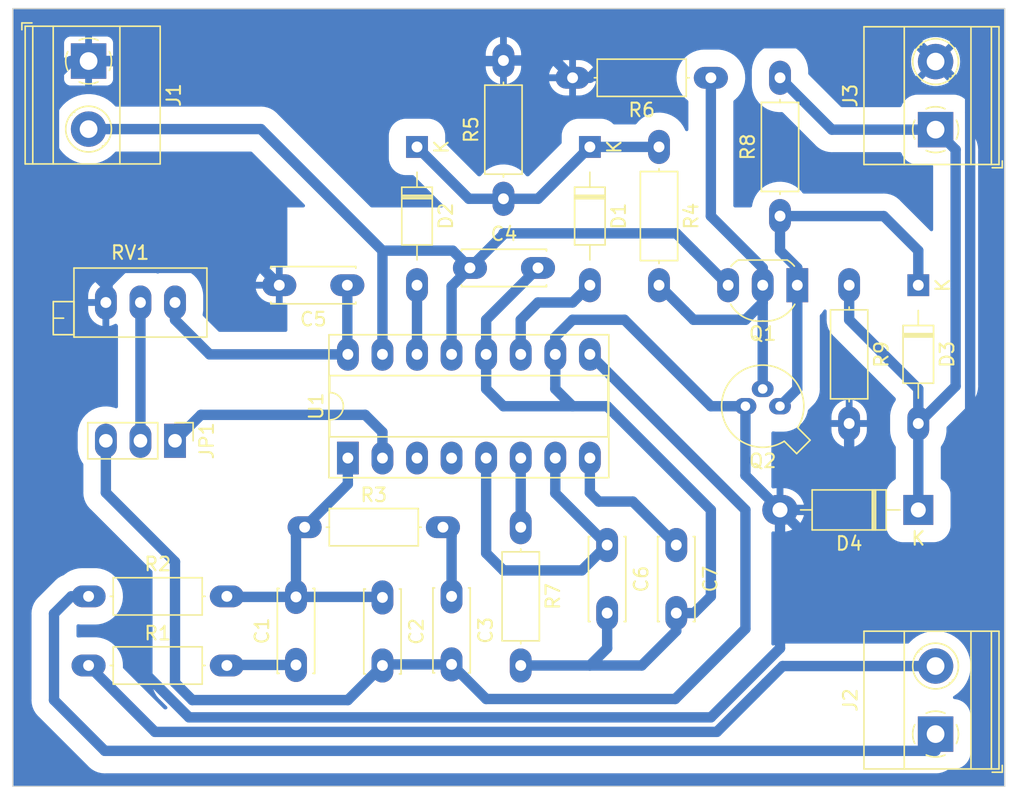
<source format=kicad_pcb>
(kicad_pcb (version 20221018) (generator pcbnew)
  (layers (0 "F.Cu" signal) (31 "B.Cu" signal) (34 "B.Paste" user) (35 "F.Paste" user) (36 "B.SilkS" user "B.Silkscreen") (37 "F.SilkS" user "F.Silkscreen") (38 "B.Mask" user) (39 "F.Mask" user) (44 "Edge.Cuts" user))
  (net 0 "")
  (net 1 "Net-(C1-Pad1)")
  (net 2 "Net-(U1-INV)")
  (net 3 "Net-(U1-REF)")
  (net 4 "GND")
  (net 5 "Net-(JP1-B)")
  (net 6 "Net-(U1-CT)")
  (net 7 "Net-(U1-SS)")
  (net 8 "VCC")
  (net 9 "Net-(D1-K)")
  (net 10 "Net-(D1-A)")
  (net 11 "Net-(D2-A)")
  (net 12 "Net-(D3-K)")
  (net 13 "Net-(JP1-A)")
  (net 14 "Net-(JP1-C)")
  (net 15 "Net-(Q1-B)")
  (net 16 "Net-(U1-RT)")
  (net 19 "Net-(C3-Pad1)")
  (net 20 "Net-(D3-A)")
  (net 21 "Net-(J2-Pin_2)")
  (net 22 "Net-(J2-Pin_1)")
  (footprint "project_3525_footprint_Library:Potentiometer_Bourns_3296X_Horizontal_HandSolder" (layer "F.Cu") (at 77.47 53.34)
    (fp_text reference "RV1" (at -3.3 -3.66) (layer "F.SilkS"))
    (fp_text value "R_Potentiometer")
    (fp_line (start -8.945 -0.065) (end -8.945 2.365) (stroke (width 0.12)) (layer "F.SilkS"))
    (fp_line (start -8.945 -0.065) (end -7.426 -0.065) (stroke (width 0.12)) (layer "F.SilkS"))
    (fp_line (start -8.945 1.15) (end -8.186 1.15) (stroke (width 0.12)) (layer "F.SilkS"))
    (fp_line (start -8.945 2.365) (end -7.426 2.365) (stroke (width 0.12)) (layer "F.SilkS"))
    (fp_line (start -7.426 -0.065) (end -7.426 2.365) (stroke (width 0.12)) (layer "F.SilkS"))
    (fp_line (start -7.425 -2.53) (end -7.425 2.54) (stroke (width 0.12)) (layer "F.SilkS"))
    (fp_line (start -7.425 -2.53) (end 2.345 -2.53) (stroke (width 0.12)) (layer "F.SilkS"))
    (fp_line (start -7.425 2.54) (end 2.345 2.54) (stroke (width 0.12)) (layer "F.SilkS"))
    (fp_line (start 2.345 -2.53) (end 2.345 2.54) (stroke (width 0.12)) (layer "F.SilkS"))
    (pad "1" thru_hole oval (at 0 0) (size 1.6 2.5) (drill 0.8) (layers "*.Cu" "*.Mask") (net 3 "Net-(U1-REF)"))
    (pad "2" thru_hole oval (at -2.54 0) (size 1.6 2.5) (drill 0.8) (layers "*.Cu" "*.Mask") (net 14 "Net-(JP1-C)"))
    (pad "3" thru_hole oval (at -5.08 0) (size 1.6 2.5) (drill 0.8) (layers "*.Cu" "*.Mask") (net 4 "GND"))
  )
  (footprint "project_3525_footprint_Library:D_DO-41_SOD81_P10.16mm_Horizontal_HandSolder" (layer "F.Cu") (at 132.08 68.58 180)
    (fp_text reference "D4" (at 5.08 -2.47 180) (layer "F.SilkS"))
    (fp_text value "D_Zener")
    (fp_text user "K" (at 0 -2.1 180) (layer "F.SilkS"))
    (fp_line (start 1.34 0) (end 2.36 0) (stroke (width 0.12)) (layer "F.SilkS"))
    (fp_line (start 2.36 -1.47) (end 2.36 1.47) (stroke (width 0.12)) (layer "F.SilkS"))
    (fp_line (start 2.36 1.47) (end 7.8 1.47) (stroke (width 0.12)) (layer "F.SilkS"))
    (fp_line (start 3.14 -1.47) (end 3.14 1.47) (stroke (width 0.12)) (layer "F.SilkS"))
    (fp_line (start 3.26 -1.47) (end 3.26 1.47) (stroke (width 0.12)) (layer "F.SilkS"))
    (fp_line (start 3.38 -1.47) (end 3.38 1.47) (stroke (width 0.12)) (layer "F.SilkS"))
    (fp_line (start 7.8 -1.47) (end 2.36 -1.47) (stroke (width 0.12)) (layer "F.SilkS"))
    (fp_line (start 7.8 1.47) (end 7.8 -1.47) (stroke (width 0.12)) (layer "F.SilkS"))
    (fp_line (start 8.65 0) (end 7.8 0) (stroke (width 0.12)) (layer "F.SilkS"))
    (pad "1" thru_hole rect (at 0 0 180) (size 2.2 2.2) (drill 1.1) (layers "*.Cu" "*.Mask") (net 20 "Net-(D3-A)"))
    (pad "2" thru_hole oval (at 10.16 0 180) (size 2.6 2.2) (drill 1.1) (layers "*.Cu" "*.Mask") (net 4 "GND"))
  )
  (footprint "project_3525_footprint_Library:R_Axial_DIN0207_L6.3mm_D2.5mm_P10.16mm_Horizontal_HandSolder" (layer "F.Cu") (at 121.92 46.99 90)
    (fp_text reference "R8" (at 5.08 -2.37 90) (layer "F.SilkS"))
    (fp_text value "R")
    (fp_line (start 1.6 0) (end 1.81 0) (stroke (width 0.12)) (layer "F.SilkS"))
    (fp_line (start 1.81 -1.37) (end 1.81 1.37) (stroke (width 0.12)) (layer "F.SilkS"))
    (fp_line (start 1.81 1.37) (end 8.35 1.37) (stroke (width 0.12)) (layer "F.SilkS"))
    (fp_line (start 8.35 -1.37) (end 1.81 -1.37) (stroke (width 0.12)) (layer "F.SilkS"))
    (fp_line (start 8.35 1.37) (end 8.35 -1.37) (stroke (width 0.12)) (layer "F.SilkS"))
    (fp_line (start 8.56 0) (end 8.35 0) (stroke (width 0.12)) (layer "F.SilkS"))
    (pad "1" thru_hole oval (at 0 0 90) (size 2.5 1.6) (drill 0.8) (layers "*.Cu" "*.Mask") (net 12 "Net-(D3-K)"))
    (pad "2" thru_hole oval (at 10.16 0 90) (size 2.5 1.6) (drill 0.8) (layers "*.Cu" "*.Mask") (net 20 "Net-(D3-A)"))
  )
  (footprint "project_3525_footprint_Library:R_Axial_DIN0207_L6.3mm_D2.5mm_P10.16mm_Horizontal_HandSolder" (layer "F.Cu") (at 101.6 45.72 90)
    (fp_text reference "R5" (at 5.08 -2.37 90) (layer "F.SilkS"))
    (fp_text value "R")
    (fp_line (start 1.6 0) (end 1.81 0) (stroke (width 0.12)) (layer "F.SilkS"))
    (fp_line (start 1.81 -1.37) (end 1.81 1.37) (stroke (width 0.12)) (layer "F.SilkS"))
    (fp_line (start 1.81 1.37) (end 8.35 1.37) (stroke (width 0.12)) (layer "F.SilkS"))
    (fp_line (start 8.35 -1.37) (end 1.81 -1.37) (stroke (width 0.12)) (layer "F.SilkS"))
    (fp_line (start 8.35 1.37) (end 8.35 -1.37) (stroke (width 0.12)) (layer "F.SilkS"))
    (fp_line (start 8.56 0) (end 8.35 0) (stroke (width 0.12)) (layer "F.SilkS"))
    (pad "1" thru_hole oval (at 0 0 90) (size 2.5 1.6) (drill 0.8) (layers "*.Cu" "*.Mask") (net 9 "Net-(D1-K)"))
    (pad "2" thru_hole oval (at 10.16 0 90) (size 2.5 1.6) (drill 0.8) (layers "*.Cu" "*.Mask") (net 4 "GND"))
  )
  (footprint "project_3525_footprint_Library:D_DO-35_SOD27_P10.16mm_Horizontal_HandSolder" (layer "F.Cu") (at 132.08 52.07 -90)
    (fp_text reference "D3" (at 5.08 -2.12 -90) (layer "F.SilkS"))
    (fp_text value "1N4148")
    (fp_text user "K" (at 0 -1.8 -90) (layer "F.SilkS"))
    (fp_line (start 1.86 0) (end 2.96 0) (stroke (width 0.12)) (layer "F.SilkS"))
    (fp_line (start 2.96 -1.12) (end 2.96 1.12) (stroke (width 0.12)) (layer "F.SilkS"))
    (fp_line (start 2.96 1.12) (end 7.2 1.12) (stroke (width 0.12)) (layer "F.SilkS"))
    (fp_line (start 3.56 -1.12) (end 3.56 1.12) (stroke (width 0.12)) (layer "F.SilkS"))
    (fp_line (start 3.68 -1.12) (end 3.68 1.12) (stroke (width 0.12)) (layer "F.SilkS"))
    (fp_line (start 3.8 -1.12) (end 3.8 1.12) (stroke (width 0.12)) (layer "F.SilkS"))
    (fp_line (start 7.2 -1.12) (end 2.96 -1.12) (stroke (width 0.12)) (layer "F.SilkS"))
    (fp_line (start 7.2 1.12) (end 7.2 -1.12) (stroke (width 0.12)) (layer "F.SilkS"))
    (fp_line (start 8.3 0) (end 7.2 0) (stroke (width 0.12)) (layer "F.SilkS"))
    (pad "1" thru_hole rect (at 0 0 270) (size 1.6 1.6) (drill 0.8) (layers "*.Cu" "*.Mask") (net 12 "Net-(D3-K)"))
    (pad "2" thru_hole oval (at 10.16 0 270) (size 2.5 1.6) (drill 0.8) (layers "*.Cu" "*.Mask") (net 20 "Net-(D3-A)"))
  )
  (footprint "project_3525_footprint_Library:R_Axial_DIN0207_L6.3mm_D2.5mm_P10.16mm_Horizontal_HandSolder" (layer "F.Cu") (at 71.12 74.93)
    (fp_text reference "R2" (at 5.08 -2.37) (layer "F.SilkS"))
    (fp_text value "R")
    (fp_line (start 1.6 0) (end 1.81 0) (stroke (width 0.12)) (layer "F.SilkS"))
    (fp_line (start 1.81 -1.37) (end 1.81 1.37) (stroke (width 0.12)) (layer "F.SilkS"))
    (fp_line (start 1.81 1.37) (end 8.35 1.37) (stroke (width 0.12)) (layer "F.SilkS"))
    (fp_line (start 8.35 -1.37) (end 1.81 -1.37) (stroke (width 0.12)) (layer "F.SilkS"))
    (fp_line (start 8.35 1.37) (end 8.35 -1.37) (stroke (width 0.12)) (layer "F.SilkS"))
    (fp_line (start 8.56 0) (end 8.35 0) (stroke (width 0.12)) (layer "F.SilkS"))
    (pad "1" thru_hole oval (at 0 0) (size 2.5 1.6) (drill 0.8) (layers "*.Cu" "*.Mask") (net 22 "Net-(J2-Pin_1)"))
    (pad "2" thru_hole oval (at 10.16 0) (size 2.5 1.6) (drill 0.8) (layers "*.Cu" "*.Mask") (net 2 "Net-(U1-INV)"))
  )
  (footprint "project_3525_footprint_Library:R_Axial_DIN0207_L6.3mm_D2.5mm_P10.16mm_Horizontal_HandSolder" (layer "F.Cu") (at 71.12 80.01)
    (fp_text reference "R1" (at 5.08 -2.37) (layer "F.SilkS"))
    (fp_text value "R")
    (fp_line (start 1.6 0) (end 1.81 0) (stroke (width 0.12)) (layer "F.SilkS"))
    (fp_line (start 1.81 -1.37) (end 1.81 1.37) (stroke (width 0.12)) (layer "F.SilkS"))
    (fp_line (start 1.81 1.37) (end 8.35 1.37) (stroke (width 0.12)) (layer "F.SilkS"))
    (fp_line (start 8.35 -1.37) (end 1.81 -1.37) (stroke (width 0.12)) (layer "F.SilkS"))
    (fp_line (start 8.35 1.37) (end 8.35 -1.37) (stroke (width 0.12)) (layer "F.SilkS"))
    (fp_line (start 8.56 0) (end 8.35 0) (stroke (width 0.12)) (layer "F.SilkS"))
    (pad "1" thru_hole oval (at 0 0) (size 2.5 1.6) (drill 0.8) (layers "*.Cu" "*.Mask") (net 21 "Net-(J2-Pin_2)"))
    (pad "2" thru_hole oval (at 10.16 0) (size 2.5 1.6) (drill 0.8) (layers "*.Cu" "*.Mask") (net 1 "Net-(C1-Pad1)"))
  )
  (footprint "project_3525_footprint_Library:PinHeader_1x03_P2.54mm_Vertical_HandSolder" (layer "F.Cu") (at 77.47 63.5 -90)
    (fp_text reference "JP1" (at 0 -2.33 -90) (layer "F.SilkS"))
    (fp_text value "Jumper_3_Open")
    (fp_line (start -1.33 -1.33) (end 0 -1.33) (stroke (width 0.12)) (layer "F.SilkS"))
    (fp_line (start -1.33 0) (end -1.33 -1.33) (stroke (width 0.12)) (layer "F.SilkS"))
    (fp_line (start -1.33 1.27) (end -1.33 6.41) (stroke (width 0.12)) (layer "F.SilkS"))
    (fp_line (start -1.33 1.27) (end 1.33 1.27) (stroke (width 0.12)) (layer "F.SilkS"))
    (fp_line (start -1.33 6.41) (end 1.33 6.41) (stroke (width 0.12)) (layer "F.SilkS"))
    (fp_line (start 1.33 1.27) (end 1.33 6.41) (stroke (width 0.12)) (layer "F.SilkS"))
    (pad "1" thru_hole rect (at 0 0 270) (size 2.5 1.6) (drill 1) (layers "*.Cu" "*.Mask") (net 13 "Net-(JP1-A)"))
    (pad "2" thru_hole oval (at 0 2.54 270) (size 2.5 1.6) (drill 1) (layers "*.Cu" "*.Mask") (net 14 "Net-(JP1-C)"))
    (pad "3" thru_hole oval (at 0 5.08 270) (size 2.5 1.6) (drill 1) (layers "*.Cu" "*.Mask") (net 5 "Net-(JP1-B)"))
  )
  (footprint "TerminalBlock_Phoenix:TerminalBlock_Phoenix_MKDS-1,5-2_1x02_P5.00mm_Horizontal" (layer "F.Cu") (at 71.12 35.6 -90)
    (fp_text reference "J1" (at 2.5 -6.26 -90) (layer "F.SilkS"))
    (fp_text value "IN")
    (fp_line (start -2.8 4.16) (end -2.8 4.9) (stroke (width 0.12)) (layer "F.SilkS"))
    (fp_line (start -2.8 4.9) (end -2.3 4.9) (stroke (width 0.12)) (layer "F.SilkS"))
    (fp_line (start -2.56 -5.261) (end -2.56 4.66) (stroke (width 0.12)) (layer "F.SilkS"))
    (fp_line (start -2.56 -5.261) (end 7.56 -5.261) (stroke (width 0.12)) (layer "F.SilkS"))
    (fp_line (start -2.56 -2.301) (end 7.56 -2.301) (stroke (width 0.12)) (layer "F.SilkS"))
    (fp_line (start -2.56 2.6) (end 7.56 2.6) (stroke (width 0.12)) (layer "F.SilkS"))
    (fp_line (start -2.56 4.1) (end 7.56 4.1) (stroke (width 0.12)) (layer "F.SilkS"))
    (fp_line (start -2.56 4.66) (end 7.56 4.66) (stroke (width 0.12)) (layer "F.SilkS"))
    (fp_line (start 3.773 1.023) (end 3.726 1.069) (stroke (width 0.12)) (layer "F.SilkS"))
    (fp_line (start 3.966 1.239) (end 3.931 1.274) (stroke (width 0.12)) (layer "F.SilkS"))
    (fp_line (start 6.07 -1.275) (end 6.035 -1.239) (stroke (width 0.12)) (layer "F.SilkS"))
    (fp_line (start 6.275 -1.069) (end 6.228 -1.023) (stroke (width 0.12)) (layer "F.SilkS"))
    (fp_line (start 7.56 -5.261) (end 7.56 4.66) (stroke (width 0.12)) (layer "F.SilkS"))
    (fp_arc (start -1.535427 0.683042) (mid -1.680501 -0.000524) (end -1.535 -0.684) (stroke (width 0.12)) (layer "F.SilkS"))
    (fp_arc (start -0.683042 -1.535427) (mid 0.000524 -1.680501) (end 0.684 -1.535) (stroke (width 0.12)) (layer "F.SilkS"))
    (fp_arc (start 0.028805 1.680253) (mid -0.335551 1.646659) (end -0.684 1.535) (stroke (width 0.12)) (layer "F.SilkS"))
    (fp_arc (start 0.683318 1.534756) (mid 0.349292 1.643288) (end 0 1.68) (stroke (width 0.12)) (layer "F.SilkS"))
    (fp_arc (start 1.535427 -0.683042) (mid 1.680501 0.000524) (end 1.535 0.684) (stroke (width 0.12)) (layer "F.SilkS"))
    (fp_circle (center 5 0) (end 6.68 0) (stroke (width 0.12)) (fill none) (layer "F.SilkS"))
    (pad "1" thru_hole rect (at 0 0 270) (size 2.6 2.6) (drill 1.3) (layers "*.Cu" "*.Mask") (net 4 "GND"))
    (pad "2" thru_hole circle (at 5 0 270) (size 2.6 2.6) (drill 1.3) (layers "*.Cu" "*.Mask") (net 8 "VCC"))
  )
  (footprint "project_3525_footprint_Library:C_Disc_D6.0mm_W2.5mm_P5.00mm_HandSolder" (layer "F.Cu") (at 90.13 52.07 180)
    (fp_text reference "C5" (at 2.5 -2.5 180) (layer "F.SilkS"))
    (fp_text value "C_Small")
    (fp_line (start -0.62 -1.37) (end -0.62 -1.25) (stroke (width 0.12)) (layer "F.SilkS"))
    (fp_line (start -0.62 -1.37) (end 5.62 -1.37) (stroke (width 0.12)) (layer "F.SilkS"))
    (fp_line (start -0.62 1.25) (end -0.62 1.37) (stroke (width 0.12)) (layer "F.SilkS"))
    (fp_line (start -0.62 1.37) (end 5.62 1.37) (stroke (width 0.12)) (layer "F.SilkS"))
    (fp_line (start 5.62 -1.37) (end 5.62 -1.25) (stroke (width 0.12)) (layer "F.SilkS"))
    (fp_line (start 5.62 1.25) (end 5.62 1.37) (stroke (width 0.12)) (layer "F.SilkS"))
    (pad "1" thru_hole oval (at 0 0 180) (size 2.5 1.6) (drill 0.8) (layers "*.Cu" "*.Mask") (net 3 "Net-(U1-REF)"))
    (pad "2" thru_hole oval (at 5 0 180) (size 2.5 1.6) (drill 0.8) (layers "*.Cu" "*.Mask") (net 4 "GND"))
  )
  (footprint "TerminalBlock_Phoenix:TerminalBlock_Phoenix_MKDS-1,5-2_1x02_P5.00mm_Horizontal" (layer "F.Cu") (at 133.35 40.64 90)
    (fp_text reference "J3" (at 2.5 -6.26 90) (layer "F.SilkS"))
    (fp_text value "OUT")
    (fp_line (start -2.8 4.16) (end -2.8 4.9) (stroke (width 0.12)) (layer "F.SilkS"))
    (fp_line (start -2.8 4.9) (end -2.3 4.9) (stroke (width 0.12)) (layer "F.SilkS"))
    (fp_line (start -2.56 -5.261) (end -2.56 4.66) (stroke (width 0.12)) (layer "F.SilkS"))
    (fp_line (start -2.56 -5.261) (end 7.56 -5.261) (stroke (width 0.12)) (layer "F.SilkS"))
    (fp_line (start -2.56 -2.301) (end 7.56 -2.301) (stroke (width 0.12)) (layer "F.SilkS"))
    (fp_line (start -2.56 2.6) (end 7.56 2.6) (stroke (width 0.12)) (layer "F.SilkS"))
    (fp_line (start -2.56 4.1) (end 7.56 4.1) (stroke (width 0.12)) (layer "F.SilkS"))
    (fp_line (start -2.56 4.66) (end 7.56 4.66) (stroke (width 0.12)) (layer "F.SilkS"))
    (fp_line (start 3.773 1.023) (end 3.726 1.069) (stroke (width 0.12)) (layer "F.SilkS"))
    (fp_line (start 3.966 1.239) (end 3.931 1.274) (stroke (width 0.12)) (layer "F.SilkS"))
    (fp_line (start 6.07 -1.275) (end 6.035 -1.239) (stroke (width 0.12)) (layer "F.SilkS"))
    (fp_line (start 6.275 -1.069) (end 6.228 -1.023) (stroke (width 0.12)) (layer "F.SilkS"))
    (fp_line (start 7.56 -5.261) (end 7.56 4.66) (stroke (width 0.12)) (layer "F.SilkS"))
    (fp_arc (start -1.535427 0.683042) (mid -1.680501 -0.000524) (end -1.535 -0.684) (stroke (width 0.12)) (layer "F.SilkS"))
    (fp_arc (start -0.683042 -1.535427) (mid 0.000524 -1.680501) (end 0.684 -1.535) (stroke (width 0.12)) (layer "F.SilkS"))
    (fp_arc (start 0.028805 1.680253) (mid -0.335551 1.646659) (end -0.684 1.535) (stroke (width 0.12)) (layer "F.SilkS"))
    (fp_arc (start 0.683318 1.534756) (mid 0.349292 1.643288) (end 0 1.68) (stroke (width 0.12)) (layer "F.SilkS"))
    (fp_arc (start 1.535427 -0.683042) (mid 1.680501 0.000524) (end 1.535 0.684) (stroke (width 0.12)) (layer "F.SilkS"))
    (fp_circle (center 5 0) (end 6.68 0) (stroke (width 0.12)) (fill none) (layer "F.SilkS"))
    (pad "1" thru_hole rect (at 0 0 90) (size 2.6 2.6) (drill 1.3) (layers "*.Cu" "*.Mask") (net 20 "Net-(D3-A)"))
    (pad "2" thru_hole circle (at 5 0 90) (size 2.6 2.6) (drill 1.3) (layers "*.Cu" "*.Mask") (net 4 "GND"))
  )
  (footprint "project_3525_footprint_Library:C_Disc_D6.0mm_W2.5mm_P5.00mm_HandSolder" (layer "F.Cu") (at 109.22 71.16 -90)
    (fp_text reference "C6" (at 2.5 -2.5 -90) (layer "F.SilkS"))
    (fp_text value "C_Small")
    (fp_line (start -0.62 -1.37) (end -0.62 -1.25) (stroke (width 0.12)) (layer "F.SilkS"))
    (fp_line (start -0.62 -1.37) (end 5.62 -1.37) (stroke (width 0.12)) (layer "F.SilkS"))
    (fp_line (start -0.62 1.25) (end -0.62 1.37) (stroke (width 0.12)) (layer "F.SilkS"))
    (fp_line (start -0.62 1.37) (end 5.62 1.37) (stroke (width 0.12)) (layer "F.SilkS"))
    (fp_line (start 5.62 -1.37) (end 5.62 -1.25) (stroke (width 0.12)) (layer "F.SilkS"))
    (fp_line (start 5.62 1.25) (end 5.62 1.37) (stroke (width 0.12)) (layer "F.SilkS"))
    (pad "1" thru_hole oval (at 0 0 270) (size 2.5 1.6) (drill 0.8) (layers "*.Cu" "*.Mask") (net 6 "Net-(U1-CT)"))
    (pad "2" thru_hole oval (at 5 0 270) (size 2.5 1.6) (drill 0.8) (layers "*.Cu" "*.Mask") (net 4 "GND"))
  )
  (footprint "TerminalBlock_Phoenix:TerminalBlock_Phoenix_MKDS-1,5-2_1x02_P5.00mm_Horizontal" (layer "F.Cu") (at 133.35 85.05 90)
    (fp_text reference "J2" (at 2.5 -6.26 90) (layer "F.SilkS"))
    (fp_text value "Amostra")
    (fp_line (start -2.8 4.16) (end -2.8 4.9) (stroke (width 0.12)) (layer "F.SilkS"))
    (fp_line (start -2.8 4.9) (end -2.3 4.9) (stroke (width 0.12)) (layer "F.SilkS"))
    (fp_line (start -2.56 -5.261) (end -2.56 4.66) (stroke (width 0.12)) (layer "F.SilkS"))
    (fp_line (start -2.56 -5.261) (end 7.56 -5.261) (stroke (width 0.12)) (layer "F.SilkS"))
    (fp_line (start -2.56 -2.301) (end 7.56 -2.301) (stroke (width 0.12)) (layer "F.SilkS"))
    (fp_line (start -2.56 2.6) (end 7.56 2.6) (stroke (width 0.12)) (layer "F.SilkS"))
    (fp_line (start -2.56 4.1) (end 7.56 4.1) (stroke (width 0.12)) (layer "F.SilkS"))
    (fp_line (start -2.56 4.66) (end 7.56 4.66) (stroke (width 0.12)) (layer "F.SilkS"))
    (fp_line (start 3.773 1.023) (end 3.726 1.069) (stroke (width 0.12)) (layer "F.SilkS"))
    (fp_line (start 3.966 1.239) (end 3.931 1.274) (stroke (width 0.12)) (layer "F.SilkS"))
    (fp_line (start 6.07 -1.275) (end 6.035 -1.239) (stroke (width 0.12)) (layer "F.SilkS"))
    (fp_line (start 6.275 -1.069) (end 6.228 -1.023) (stroke (width 0.12)) (layer "F.SilkS"))
    (fp_line (start 7.56 -5.261) (end 7.56 4.66) (stroke (width 0.12)) (layer "F.SilkS"))
    (fp_arc (start -1.535427 0.683042) (mid -1.680501 -0.000524) (end -1.535 -0.684) (stroke (width 0.12)) (layer "F.SilkS"))
    (fp_arc (start -0.683042 -1.535427) (mid 0.000524 -1.680501) (end 0.684 -1.535) (stroke (width 0.12)) (layer "F.SilkS"))
    (fp_arc (start 0.028805 1.680253) (mid -0.335551 1.646659) (end -0.684 1.535) (stroke (width 0.12)) (layer "F.SilkS"))
    (fp_arc (start 0.683318 1.534756) (mid 0.349292 1.643288) (end 0 1.68) (stroke (width 0.12)) (layer "F.SilkS"))
    (fp_arc (start 1.535427 -0.683042) (mid 1.680501 0.000524) (end 1.535 0.684) (stroke (width 0.12)) (layer "F.SilkS"))
    (fp_circle (center 5 0) (end 6.68 0) (stroke (width 0.12)) (fill none) (layer "F.SilkS"))
    (pad "1" thru_hole rect (at 0 0 90) (size 2.6 2.6) (drill 1.3) (layers "*.Cu" "*.Mask") (net 22 "Net-(J2-Pin_1)"))
    (pad "2" thru_hole circle (at 5 0 90) (size 2.6 2.6) (drill 1.3) (layers "*.Cu" "*.Mask") (net 21 "Net-(J2-Pin_2)"))
  )
  (footprint "project_3525_footprint_Library:C_Disc_D6.0mm_W2.5mm_P5.00mm_HandSolder" (layer "F.Cu") (at 99.14 50.8)
    (fp_text reference "C4" (at 2.5 -2.5) (layer "F.SilkS"))
    (fp_text value "C_Small")
    (fp_line (start -0.62 -1.37) (end -0.62 -1.25) (stroke (width 0.12)) (layer "F.SilkS"))
    (fp_line (start -0.62 -1.37) (end 5.62 -1.37) (stroke (width 0.12)) (layer "F.SilkS"))
    (fp_line (start -0.62 1.25) (end -0.62 1.37) (stroke (width 0.12)) (layer "F.SilkS"))
    (fp_line (start -0.62 1.37) (end 5.62 1.37) (stroke (width 0.12)) (layer "F.SilkS"))
    (fp_line (start 5.62 -1.37) (end 5.62 -1.25) (stroke (width 0.12)) (layer "F.SilkS"))
    (fp_line (start 5.62 1.25) (end 5.62 1.37) (stroke (width 0.12)) (layer "F.SilkS"))
    (pad "1" thru_hole oval (at 0 0) (size 2.5 1.6) (drill 0.8) (layers "*.Cu" "*.Mask") (net 8 "VCC"))
    (pad "2" thru_hole oval (at 5 0) (size 2.5 1.6) (drill 0.8) (layers "*.Cu" "*.Mask") (net 4 "GND"))
  )
  (footprint "project_3525_footprint_Library:D_DO-35_SOD27_P10.16mm_Horizontal_HandSolder" (layer "F.Cu") (at 107.95 41.91 -90)
    (fp_text reference "D1" (at 5.08 -2.12 -90) (layer "F.SilkS"))
    (fp_text value "1N4148")
    (fp_text user "K" (at 0 -1.8 -90) (layer "F.SilkS"))
    (fp_line (start 1.86 0) (end 2.96 0) (stroke (width 0.12)) (layer "F.SilkS"))
    (fp_line (start 2.96 -1.12) (end 2.96 1.12) (stroke (width 0.12)) (layer "F.SilkS"))
    (fp_line (start 2.96 1.12) (end 7.2 1.12) (stroke (width 0.12)) (layer "F.SilkS"))
    (fp_line (start 3.56 -1.12) (end 3.56 1.12) (stroke (width 0.12)) (layer "F.SilkS"))
    (fp_line (start 3.68 -1.12) (end 3.68 1.12) (stroke (width 0.12)) (layer "F.SilkS"))
    (fp_line (start 3.8 -1.12) (end 3.8 1.12) (stroke (width 0.12)) (layer "F.SilkS"))
    (fp_line (start 7.2 -1.12) (end 2.96 -1.12) (stroke (width 0.12)) (layer "F.SilkS"))
    (fp_line (start 7.2 1.12) (end 7.2 -1.12) (stroke (width 0.12)) (layer "F.SilkS"))
    (fp_line (start 8.3 0) (end 7.2 0) (stroke (width 0.12)) (layer "F.SilkS"))
    (pad "1" thru_hole rect (at 0 0 270) (size 1.6 1.6) (drill 0.8) (layers "*.Cu" "*.Mask") (net 9 "Net-(D1-K)"))
    (pad "2" thru_hole oval (at 10.16 0 270) (size 2.5 1.6) (drill 0.8) (layers "*.Cu" "*.Mask") (net 10 "Net-(D1-A)"))
  )
  (footprint "Package_DIP:DIP-16_W7.62mm_Socket_LongPads" (layer "F.Cu") (at 90.17 64.77 90)
    (fp_text reference "U1" (at 3.81 -2.33 90) (layer "F.SilkS"))
    (fp_text value "UC3525")
    (fp_line (start -1.44 -1.39) (end -1.44 19.17) (stroke (width 0.12)) (layer "F.SilkS"))
    (fp_line (start -1.44 19.17) (end 9.06 19.17) (stroke (width 0.12)) (layer "F.SilkS"))
    (fp_line (start 1.56 -1.33) (end 1.56 19.11) (stroke (width 0.12)) (layer "F.SilkS"))
    (fp_line (start 1.56 19.11) (end 6.06 19.11) (stroke (width 0.12)) (layer "F.SilkS"))
    (fp_line (start 2.81 -1.33) (end 1.56 -1.33) (stroke (width 0.12)) (layer "F.SilkS"))
    (fp_line (start 6.06 -1.33) (end 4.81 -1.33) (stroke (width 0.12)) (layer "F.SilkS"))
    (fp_line (start 6.06 19.11) (end 6.06 -1.33) (stroke (width 0.12)) (layer "F.SilkS"))
    (fp_line (start 9.06 -1.39) (end -1.44 -1.39) (stroke (width 0.12)) (layer "F.SilkS"))
    (fp_line (start 9.06 19.17) (end 9.06 -1.39) (stroke (width 0.12)) (layer "F.SilkS"))
    (fp_arc (start 4.81 -1.33) (mid 3.81 -0.33) (end 2.81 -1.33) (stroke (width 0.12)) (layer "F.SilkS"))
    (pad "1" thru_hole rect (at 0 0 90) (size 2.4 1.6) (drill 0.8) (layers "*.Cu" "*.Mask") (net 2 "Net-(U1-INV)"))
    (pad "2" thru_hole oval (at 0 2.54 90) (size 2.4 1.6) (drill 0.8) (layers "*.Cu" "*.Mask") (net 13 "Net-(JP1-A)"))
    (pad "3" thru_hole oval (at 0 5.08 90) (size 2.4 1.6) (drill 0.8) (layers "*.Cu" "*.Mask"))
    (pad "4" thru_hole oval (at 0 7.62 90) (size 2.4 1.6) (drill 0.8) (layers "*.Cu" "*.Mask"))
    (pad "5" thru_hole oval (at 0 10.16 90) (size 2.4 1.6) (drill 0.8) (layers "*.Cu" "*.Mask") (net 6 "Net-(U1-CT)"))
    (pad "6" thru_hole oval (at 0 12.7 90) (size 2.4 1.6) (drill 0.8) (layers "*.Cu" "*.Mask") (net 16 "Net-(U1-RT)"))
    (pad "7" thru_hole oval (at 0 15.24 90) (size 2.4 1.6) (drill 0.8) (layers "*.Cu" "*.Mask") (net 6 "Net-(U1-CT)"))
    (pad "8" thru_hole oval (at 0 17.78 90) (size 2.4 1.6) (drill 0.8) (layers "*.Cu" "*.Mask") (net 7 "Net-(U1-SS)"))
    (pad "9" thru_hole oval (at 7.62 17.78 90) (size 2.4 1.6) (drill 0.8) (layers "*.Cu" "*.Mask") (net 5 "Net-(JP1-B)"))
    (pad "10" thru_hole oval (at 7.62 15.24 90) (size 2.4 1.6) (drill 0.8) (layers "*.Cu" "*.Mask") (net 4 "GND"))
    (pad "11" thru_hole oval (at 7.62 12.7 90) (size 2.4 1.6) (drill 0.8) (layers "*.Cu" "*.Mask") (net 10 "Net-(D1-A)"))
    (pad "12" thru_hole oval (at 7.62 10.16 90) (size 2.4 1.6) (drill 0.8) (layers "*.Cu" "*.Mask") (net 4 "GND"))
    (pad "13" thru_hole oval (at 7.62 7.62 90) (size 2.4 1.6) (drill 0.8) (layers "*.Cu" "*.Mask") (net 8 "VCC"))
    (pad "14" thru_hole oval (at 7.62 5.08 90) (size 2.4 1.6) (drill 0.8) (layers "*.Cu" "*.Mask") (net 11 "Net-(D2-A)"))
    (pad "15" thru_hole oval (at 7.62 2.54 90) (size 2.4 1.6) (drill 0.8) (layers "*.Cu" "*.Mask") (net 8 "VCC"))
    (pad "16" thru_hole oval (at 7.62 0 90) (size 2.4 1.6) (drill 0.8) (layers "*.Cu" "*.Mask") (net 3 "Net-(U1-REF)"))
  )
  (footprint "project_3525_footprint_Library:C_Disc_D6.0mm_W2.5mm_P5.00mm_HandSolder" (layer "F.Cu") (at 86.36 79.97 90)
    (fp_text reference "C1" (at 2.5 -2.5 90) (layer "F.SilkS"))
    (fp_text value "C_Small")
    (fp_line (start -0.62 -1.37) (end -0.62 -1.25) (stroke (width 0.12)) (layer "F.SilkS"))
    (fp_line (start -0.62 -1.37) (end 5.62 -1.37) (stroke (width 0.12)) (layer "F.SilkS"))
    (fp_line (start -0.62 1.25) (end -0.62 1.37) (stroke (width 0.12)) (layer "F.SilkS"))
    (fp_line (start -0.62 1.37) (end 5.62 1.37) (stroke (width 0.12)) (layer "F.SilkS"))
    (fp_line (start 5.62 -1.37) (end 5.62 -1.25) (stroke (width 0.12)) (layer "F.SilkS"))
    (fp_line (start 5.62 1.25) (end 5.62 1.37) (stroke (width 0.12)) (layer "F.SilkS"))
    (pad "1" thru_hole oval (at 0 0 90) (size 2.5 1.6) (drill 0.8) (layers "*.Cu" "*.Mask") (net 1 "Net-(C1-Pad1)"))
    (pad "2" thru_hole oval (at 5 0 90) (size 2.5 1.6) (drill 0.8) (layers "*.Cu" "*.Mask") (net 2 "Net-(U1-INV)"))
  )
  (footprint "project_3525_footprint_Library:TO-92_Inline_Wide_HandSolder" (layer "F.Cu") (at 123.19 52.07 180)
    (fp_text reference "Q1" (at 2.54 -3.56 180) (layer "F.SilkS"))
    (fp_text value "PN2222A")
    (fp_line (start 0.74 1.85) (end 4.34 1.85) (stroke (width 0.12)) (layer "F.SilkS"))
    (fp_arc (start 0.1836 -1.4) (mid 1.182544 -2.358414) (end 2.54 -2.63) (stroke (width 0.12)) (layer "F.SilkS"))
    (fp_arc (start 0.740001 1.849999) (mid 0.458224 1.64793) (end 0.215817 1.4) (stroke (width 0.12)) (layer "F.SilkS"))
    (fp_arc (start 2.54 -2.63) (mid 3.897454 -2.358412) (end 4.8964 -1.4) (stroke (width 0.12)) (layer "F.SilkS"))
    (fp_arc (start 4.864184 1.4) (mid 4.621773 1.647925) (end 4.34 1.85) (stroke (width 0.12)) (layer "F.SilkS"))
    (pad "1" thru_hole rect (at 0 0 180) (size 1.6 2.5) (drill 0.8) (layers "*.Cu" "*.Mask") (net 12 "Net-(D3-K)"))
    (pad "2" thru_hole oval (at 2.54 0 180) (size 1.6 2.5) (drill 0.8) (layers "*.Cu" "*.Mask") (net 15 "Net-(Q1-B)"))
    (pad "3" thru_hole oval (at 5.08 0 180) (size 1.6 2.5) (drill 0.8) (layers "*.Cu" "*.Mask") (net 8 "VCC"))
  )
  (footprint "project_3525_footprint_Library:C_Disc_D6.0mm_W2.5mm_P5.00mm_HandSolder" (layer "F.Cu") (at 92.71 75.01 -90)
    (fp_text reference "C2" (at 2.5 -2.5 -90) (layer "F.SilkS"))
    (fp_text value "C_Small")
    (fp_line (start -0.62 -1.37) (end -0.62 -1.25) (stroke (width 0.12)) (layer "F.SilkS"))
    (fp_line (start -0.62 -1.37) (end 5.62 -1.37) (stroke (width 0.12)) (layer "F.SilkS"))
    (fp_line (start -0.62 1.25) (end -0.62 1.37) (stroke (width 0.12)) (layer "F.SilkS"))
    (fp_line (start -0.62 1.37) (end 5.62 1.37) (stroke (width 0.12)) (layer "F.SilkS"))
    (fp_line (start 5.62 -1.37) (end 5.62 -1.25) (stroke (width 0.12)) (layer "F.SilkS"))
    (fp_line (start 5.62 1.25) (end 5.62 1.37) (stroke (width 0.12)) (layer "F.SilkS"))
    (pad "1" thru_hole oval (at 0 0 270) (size 2.5 1.6) (drill 0.8) (layers "*.Cu" "*.Mask") (net 2 "Net-(U1-INV)"))
    (pad "2" thru_hole oval (at 5 0 270) (size 2.5 1.6) (drill 0.8) (layers "*.Cu" "*.Mask") (net 5 "Net-(JP1-B)"))
  )
  (footprint "project_3525_footprint_Library:D_DO-35_SOD27_P10.16mm_Horizontal_HandSolder" (layer "F.Cu") (at 95.25 41.91 -90)
    (fp_text reference "D2" (at 5.08 -2.12 -90) (layer "F.SilkS"))
    (fp_text value "1N4148")
    (fp_text user "K" (at 0 -1.8 -90) (layer "F.SilkS"))
    (fp_line (start 1.86 0) (end 2.96 0) (stroke (width 0.12)) (layer "F.SilkS"))
    (fp_line (start 2.96 -1.12) (end 2.96 1.12) (stroke (width 0.12)) (layer "F.SilkS"))
    (fp_line (start 2.96 1.12) (end 7.2 1.12) (stroke (width 0.12)) (layer "F.SilkS"))
    (fp_line (start 3.56 -1.12) (end 3.56 1.12) (stroke (width 0.12)) (layer "F.SilkS"))
    (fp_line (start 3.68 -1.12) (end 3.68 1.12) (stroke (width 0.12)) (layer "F.SilkS"))
    (fp_line (start 3.8 -1.12) (end 3.8 1.12) (stroke (width 0.12)) (layer "F.SilkS"))
    (fp_line (start 7.2 -1.12) (end 2.96 -1.12) (stroke (width 0.12)) (layer "F.SilkS"))
    (fp_line (start 7.2 1.12) (end 7.2 -1.12) (stroke (width 0.12)) (layer "F.SilkS"))
    (fp_line (start 8.3 0) (end 7.2 0) (stroke (width 0.12)) (layer "F.SilkS"))
    (pad "1" thru_hole rect (at 0 0 270) (size 1.6 1.6) (drill 0.8) (layers "*.Cu" "*.Mask") (net 9 "Net-(D1-K)"))
    (pad "2" thru_hole oval (at 10.16 0 270) (size 2.5 1.6) (drill 0.8) (layers "*.Cu" "*.Mask") (net 11 "Net-(D2-A)"))
  )
  (footprint "project_3525_footprint_Library:C_Disc_D6.0mm_W2.5mm_P5.00mm_HandSolder" (layer "F.Cu") (at 97.79 74.93 -90)
    (fp_text reference "C3" (at 2.5 -2.5 -90) (layer "F.SilkS"))
    (fp_text value "C_Small")
    (fp_line (start -0.62 -1.37) (end -0.62 -1.25) (stroke (width 0.12)) (layer "F.SilkS"))
    (fp_line (start -0.62 -1.37) (end 5.62 -1.37) (stroke (width 0.12)) (layer "F.SilkS"))
    (fp_line (start -0.62 1.25) (end -0.62 1.37) (stroke (width 0.12)) (layer "F.SilkS"))
    (fp_line (start -0.62 1.37) (end 5.62 1.37) (stroke (width 0.12)) (layer "F.SilkS"))
    (fp_line (start 5.62 -1.37) (end 5.62 -1.25) (stroke (width 0.12)) (layer "F.SilkS"))
    (fp_line (start 5.62 1.25) (end 5.62 1.37) (stroke (width 0.12)) (layer "F.SilkS"))
    (pad "1" thru_hole oval (at 0 0 270) (size 2.5 1.6) (drill 0.8) (layers "*.Cu" "*.Mask") (net 19 "Net-(C3-Pad1)"))
    (pad "2" thru_hole oval (at 5 0 270) (size 2.5 1.6) (drill 0.8) (layers "*.Cu" "*.Mask") (net 5 "Net-(JP1-B)"))
  )
  (footprint "project_3525_footprint_Library:R_Axial_DIN0207_L6.3mm_D2.5mm_P10.16mm_Horizontal_HandSolder" (layer "F.Cu") (at 127 52.07 -90)
    (fp_text reference "R9" (at 5.08 -2.37 -90) (layer "F.SilkS"))
    (fp_text value "R")
    (fp_line (start 1.6 0) (end 1.81 0) (stroke (width 0.12)) (layer "F.SilkS"))
    (fp_line (start 1.81 -1.37) (end 1.81 1.37) (stroke (width 0.12)) (layer "F.SilkS"))
    (fp_line (start 1.81 1.37) (end 8.35 1.37) (stroke (width 0.12)) (layer "F.SilkS"))
    (fp_line (start 8.35 -1.37) (end 1.81 -1.37) (stroke (width 0.12)) (layer "F.SilkS"))
    (fp_line (start 8.35 1.37) (end 8.35 -1.37) (stroke (width 0.12)) (layer "F.SilkS"))
    (fp_line (start 8.56 0) (end 8.35 0) (stroke (width 0.12)) (layer "F.SilkS"))
    (pad "1" thru_hole oval (at 0 0 270) (size 2.5 1.6) (drill 0.8) (layers "*.Cu" "*.Mask") (net 20 "Net-(D3-A)"))
    (pad "2" thru_hole oval (at 10.16 0 270) (size 2.5 1.6) (drill 0.8) (layers "*.Cu" "*.Mask") (net 4 "GND"))
  )
  (footprint "project_3525_footprint_Library:TO-18-3_HandSolder" (layer "F.Cu") (at 121.92 60.96 180)
    (fp_text reference "Q2" (at 1.27 -4.02 180) (layer "F.SilkS"))
    (fp_text value "2N2907A")
    (fp_line (start -2.214448 -2.494499) (end -1.302281 -1.582331) (stroke (width 0.12)) (layer "F.SilkS"))
    (fp_line (start -1.224499 -3.484448) (end -2.214448 -2.494499) (stroke (width 0.12)) (layer "F.SilkS"))
    (fp_line (start -0.312331 -2.572281) (end -1.224499 -3.484448) (stroke (width 0.12)) (layer "F.SilkS"))
    (fp_arc (start -0.312331 -2.572281) (mid 3.405374 2.135551) (end -1.30215 -1.582544) (stroke (width 0.12)) (layer "F.SilkS"))
    (pad "1" thru_hole oval (at 0 0 180) (size 1.6 1.2) (drill 0.7) (layers "*.Cu" "*.Mask") (net 12 "Net-(D3-K)"))
    (pad "2" thru_hole oval (at 1.27 1.27 180) (size 1.6 1.2) (drill 0.7) (layers "*.Cu" "*.Mask") (net 15 "Net-(Q1-B)"))
    (pad "3" thru_hole oval (at 2.54 0 180) (size 1.6 1.2) (drill 0.7) (layers "*.Cu" "*.Mask") (net 4 "GND"))
  )
  (footprint "project_3525_footprint_Library:R_Axial_DIN0207_L6.3mm_D2.5mm_P10.16mm_Horizontal_HandSolder" (layer "F.Cu") (at 113.03 41.91 -90)
    (fp_text reference "R4" (at 5.08 -2.37 -90) (layer "F.SilkS"))
    (fp_text value "R")
    (fp_line (start 1.6 0) (end 1.81 0) (stroke (width 0.12)) (layer "F.SilkS"))
    (fp_line (start 1.81 -1.37) (end 1.81 1.37) (stroke (width 0.12)) (layer "F.SilkS"))
    (fp_line (start 1.81 1.37) (end 8.35 1.37) (stroke (width 0.12)) (layer "F.SilkS"))
    (fp_line (start 8.35 -1.37) (end 1.81 -1.37) (stroke (width 0.12)) (layer "F.SilkS"))
    (fp_line (start 8.35 1.37) (end 8.35 -1.37) (stroke (width 0.12)) (layer "F.SilkS"))
    (fp_line (start 8.56 0) (end 8.35 0) (stroke (width 0.12)) (layer "F.SilkS"))
    (pad "1" thru_hole oval (at 0 0 270) (size 2.5 1.6) (drill 0.8) (layers "*.Cu" "*.Mask") (net 9 "Net-(D1-K)"))
    (pad "2" thru_hole oval (at 10.16 0 270) (size 2.5 1.6) (drill 0.8) (layers "*.Cu" "*.Mask") (net 15 "Net-(Q1-B)"))
  )
  (footprint "project_3525_footprint_Library:C_Disc_D6.0mm_W2.5mm_P5.00mm_HandSolder" (layer "F.Cu") (at 114.3 71.16 -90)
    (fp_text reference "C7" (at 2.5 -2.5 -90) (layer "F.SilkS"))
    (fp_text value "C_Small")
    (fp_line (start -0.62 -1.37) (end -0.62 -1.25) (stroke (width 0.12)) (layer "F.SilkS"))
    (fp_line (start -0.62 -1.37) (end 5.62 -1.37) (stroke (width 0.12)) (layer "F.SilkS"))
    (fp_line (start -0.62 1.25) (end -0.62 1.37) (stroke (width 0.12)) (layer "F.SilkS"))
    (fp_line (start -0.62 1.37) (end 5.62 1.37) (stroke (width 0.12)) (layer "F.SilkS"))
    (fp_line (start 5.62 -1.37) (end 5.62 -1.25) (stroke (width 0.12)) (layer "F.SilkS"))
    (fp_line (start 5.62 1.25) (end 5.62 1.37) (stroke (width 0.12)) (layer "F.SilkS"))
    (pad "1" thru_hole oval (at 0 0 270) (size 2.5 1.6) (drill 0.8) (layers "*.Cu" "*.Mask") (net 7 "Net-(U1-SS)"))
    (pad "2" thru_hole oval (at 5 0 270) (size 2.5 1.6) (drill 0.8) (layers "*.Cu" "*.Mask") (net 4 "GND"))
  )
  (footprint "project_3525_footprint_Library:R_Axial_DIN0207_L6.3mm_D2.5mm_P10.16mm_Horizontal_HandSolder" (layer "F.Cu") (at 116.84 36.83 180)
    (fp_text reference "R6" (at 5.08 -2.37 180) (layer "F.SilkS"))
    (fp_text value "R")
    (fp_line (start 1.6 0) (end 1.81 0) (stroke (width 0.12)) (layer "F.SilkS"))
    (fp_line (start 1.81 -1.37) (end 1.81 1.37) (stroke (width 0.12)) (layer "F.SilkS"))
    (fp_line (start 1.81 1.37) (end 8.35 1.37) (stroke (width 0.12)) (layer "F.SilkS"))
    (fp_line (start 8.35 -1.37) (end 1.81 -1.37) (stroke (width 0.12)) (layer "F.SilkS"))
    (fp_line (start 8.35 1.37) (end 8.35 -1.37) (stroke (width 0.12)) (layer "F.SilkS"))
    (fp_line (start 8.56 0) (end 8.35 0) (stroke (width 0.12)) (layer "F.SilkS"))
    (pad "1" thru_hole oval (at 0 0 180) (size 2.5 1.6) (drill 0.8) (layers "*.Cu" "*.Mask") (net 15 "Net-(Q1-B)"))
    (pad "2" thru_hole oval (at 10.16 0 180) (size 2.5 1.6) (drill 0.8) (layers "*.Cu" "*.Mask") (net 4 "GND"))
  )
  (footprint "project_3525_footprint_Library:R_Axial_DIN0207_L6.3mm_D2.5mm_P10.16mm_Horizontal_HandSolder" (layer "F.Cu") (at 102.87 69.85 -90)
    (fp_text reference "R7" (at 5.08 -2.37 -90) (layer "F.SilkS"))
    (fp_text value "R")
    (fp_line (start 1.6 0) (end 1.81 0) (stroke (width 0.12)) (layer "F.SilkS"))
    (fp_line (start 1.81 -1.37) (end 1.81 1.37) (stroke (width 0.12)) (layer "F.SilkS"))
    (fp_line (start 1.81 1.37) (end 8.35 1.37) (stroke (width 0.12)) (layer "F.SilkS"))
    (fp_line (start 8.35 -1.37) (end 1.81 -1.37) (stroke (width 0.12)) (layer "F.SilkS"))
    (fp_line (start 8.35 1.37) (end 8.35 -1.37) (stroke (width 0.12)) (layer "F.SilkS"))
    (fp_line (start 8.56 0) (end 8.35 0) (stroke (width 0.12)) (layer "F.SilkS"))
    (pad "1" thru_hole oval (at 0 0 270) (size 2.5 1.6) (drill 0.8) (layers "*.Cu" "*.Mask") (net 16 "Net-(U1-RT)"))
    (pad "2" thru_hole oval (at 10.16 0 270) (size 2.5 1.6) (drill 0.8) (layers "*.Cu" "*.Mask") (net 4 "GND"))
  )
  (footprint "project_3525_footprint_Library:R_Axial_DIN0207_L6.3mm_D2.5mm_P10.16mm_Horizontal_HandSolder" (layer "F.Cu") (at 86.995 69.85)
    (fp_text reference "R3" (at 5.08 -2.37) (layer "F.SilkS"))
    (fp_text value "R")
    (fp_line (start 1.6 0) (end 1.81 0) (stroke (width 0.12)) (layer "F.SilkS"))
    (fp_line (start 1.81 -1.37) (end 1.81 1.37) (stroke (width 0.12)) (layer "F.SilkS"))
    (fp_line (start 1.81 1.37) (end 8.35 1.37) (stroke (width 0.12)) (layer "F.SilkS"))
    (fp_line (start 8.35 -1.37) (end 1.81 -1.37) (stroke (width 0.12)) (layer "F.SilkS"))
    (fp_line (start 8.35 1.37) (end 8.35 -1.37) (stroke (width 0.12)) (layer "F.SilkS"))
    (fp_line (start 8.56 0) (end 8.35 0) (stroke (width 0.12)) (layer "F.SilkS"))
    (pad "1" thru_hole oval (at 0 0) (size 2.5 1.6) (drill 0.8) (layers "*.Cu" "*.Mask") (net 2 "Net-(U1-INV)"))
    (pad "2" thru_hole oval (at 10.16 0) (size 2.5 1.6) (drill 0.8) (layers "*.Cu" "*.Mask") (net 19 "Net-(C3-Pad1)"))
  )
  (gr_rect (start 65.555 31.745) (end 138.43 88.9) (stroke (width 0.1)) (fill none) (layer "Edge.Cuts"))
  (segment (start 86.36 79.97) (end 81.32 79.97) (width 0.762) (layer "B.Cu") (net 1))
  (segment (start 81.32 79.97) (end 81.28 80.01) (width 0.762) (layer "B.Cu") (net 1))
  (segment (start 90.17 66.675) (end 86.995 69.85) (width 0.762) (layer "B.Cu") (net 2))
  (segment (start 86.36 74.97) (end 92.67 74.97) (width 0.762) (layer "B.Cu") (net 2))
  (segment (start 92.67 74.97) (end 92.71 75.01) (width 0.762) (layer "B.Cu") (net 2))
  (segment (start 81.32 74.97) (end 81.28 74.93) (width 0.762) (layer "B.Cu") (net 2))
  (segment (start 90.17 64.77) (end 90.17 66.675) (width 0.762) (layer "B.Cu") (net 2))
  (segment (start 86.36 70.485) (end 86.995 69.85) (width 0.762) (layer "B.Cu") (net 2))
  (segment (start 86.36 74.97) (end 81.32 74.97) (width 0.762) (layer "B.Cu") (net 2))
  (segment (start 86.36 74.97) (end 86.36 70.485) (width 0.762) (layer "B.Cu") (net 2))
  (segment (start 90.17 52.11) (end 90.13 52.07) (width 0.762) (layer "B.Cu") (net 3))
  (segment (start 90.17 57.15) (end 80.01 57.15) (width 0.762) (layer "B.Cu") (net 3))
  (segment (start 77.47 54.61) (end 80.01 57.15) (width 0.762) (layer "B.Cu") (net 3))
  (segment (start 77.47 53.34) (end 77.47 54.61) (width 0.762) (layer "B.Cu") (net 3))
  (segment (start 90.13 57.11) (end 90.17 57.15) (width 0.762) (layer "B.Cu") (net 3))
  (segment (start 90.13 52.07) (end 90.13 57.11) (width 0.762) (layer "B.Cu") (net 3))
  (segment (start 72.39 52.07) (end 71.12 50.8) (width 0.762) (layer "B.Cu") (net 4))
  (segment (start 72.39 53.34) (end 72.39 52.07) (width 0.762) (layer "B.Cu") (net 4))
  (segment (start 105.41 35.56) (end 106.68 36.83) (width 0.762) (layer "B.Cu") (net 4))
  (segment (start 110.49 54.61) (end 116.84 60.96) (width 0.762) (layer "B.Cu") (net 4))
  (segment (start 105.41 57.15) (end 105.41 59.69) (width 0.762) (layer "B.Cu") (net 4))
  (segment (start 101.56 35.6) (end 101.6 35.56) (width 0.762) (layer "B.Cu") (net 4))
  (segment (start 115.61 76.16) (end 116.84 74.93) (width 0.762) (layer "B.Cu") (net 4))
  (segment (start 100.33 59.69) (end 101.6 60.96) (width 0.762) (layer "B.Cu") (net 4))
  (segment (start 114.3 77.47) (end 114.3 76.16) (width 0.762) (layer "B.Cu") (net 4))
  (segment (start 133.35 72.39) (end 125.73 72.39) (width 0.762) (layer "B.Cu") (net 4))
  (segment (start 71.12 35.6) (end 76.16 35.6) (width 0.762) (layer "B.Cu") (net 4))
  (segment (start 124.46 68.58) (end 121.92 68.58) (width 0.762) (layer "B.Cu") (net 4))
  (segment (start 72.39 52.07) (end 72.515 51.945) (width 0.762) (layer "B.Cu") (net 4))
  (segment (start 127 62.23) (end 127 66.04) (width 0.762) (layer "B.Cu") (net 4))
  (segment (start 116.84 68.58) (end 109.855 61.595) (width 0.762) (layer "B.Cu") (net 4))
  (segment (start 107.95 36.83) (end 106.68 36.83) (width 0.762) (layer "B.Cu") (net 4))
  (segment (start 119.38 60.96) (end 119.38 66.04) (width 0.762) (layer "B.Cu") (net 4))
  (segment (start 121.92 68.58) (end 121.92 78.74) (width 0.762) (layer "B.Cu") (net 4))
  (segment (start 133.35 35.64) (end 135.89 38.18) (width 0.762) (layer "B.Cu") (net 4))
  (segment (start 68.58 48.26) (end 68.58 49.53) (width 0.762) (layer "B.Cu") (net 4))
  (segment (start 110.49 34.29) (end 107.95 36.83) (width 0.762) (layer "B.Cu") (net 4))
  (segment (start 116.84 74.93) (end 116.84 68.58) (width 0.762) (layer "B.Cu") (net 4))
  (segment (start 109.22 60.96) (end 109.855 61.595) (width 0.762) (layer "B.Cu") (net 4))
  (segment (start 100.33 57.15) (end 100.33 59.69) (width 0.762) (layer "B.Cu") (net 4))
  (segment (start 101.6 60.96) (end 106.68 60.96) (width 0.762) (layer "B.Cu") (net 4))
  (segment (start 114.3 76.16) (end 115.61 76.16) (width 0.762) (layer "B.Cu") (net 4))
  (segment (start 72.515 53.34) (end 72.515 51.945) (width 0.762) (layer "B.Cu") (net 4))
  (segment (start 71.12 35.6) (end 101.56 35.6) (width 0.762) (layer "B.Cu") (net 4))
  (segment (start 135.89 69.85) (end 133.35 72.39) (width 0.762) (layer "B.Cu") (net 4))
  (segment (start 111.76 80.01) (end 114.3 77.47) (width 0.762) (layer "B.Cu") (net 4))
  (segment (start 109.22 78.74) (end 109.22 76.16) (width 0.762) (layer "B.Cu") (net 4))
  (segment (start 101.6 35.56) (end 105.41 35.56) (width 0.762) (layer "B.Cu") (net 4))
  (segment (start 127 66.04) (end 124.46 68.58) (width 0.762) (layer "B.Cu") (net 4))
  (segment (start 74.93 73.66) (end 68.58 67.31) (width 0.762) (layer "B.Cu") (net 4))
  (segment (start 68.58 67.31) (end 68.58 50.8) (width 0.762) (layer "B.Cu") (net 4))
  (segment (start 71.12 35.6) (end 69.81 35.6) (width 0.762) (layer "B.Cu") (net 4))
  (segment (start 102.87 80.01) (end 107.95 80.01) (width 0.762) (layer "B.Cu") (net 4))
  (segment (start 73.66 50.8) (end 83.86 50.8) (width 0.762) (layer "B.Cu") (net 4))
  (segment (start 105.41 55.88) (end 106.68 54.61) (width 0.762) (layer "B.Cu") (net 4))
  (segment (start 116.84 83.82) (end 78.501316 83.82) (width 0.762) (layer "B.Cu") (net 4))
  (segment (start 125.73 72.39) (end 121.92 68.58) (width 0.762) (layer "B.Cu") (net 4))
  (segment (start 105.41 59.69) (end 106.68 60.96) (width 0.762) (layer "B.Cu") (net 4))
  (segment (start 133.35 35.64) (end 132 34.29) (width 0.762) (layer "B.Cu") (net 4))
  (segment (start 135.89 39.37) (end 135.89 69.85) (width 0.762) (layer "B.Cu") (net 4))
  (segment (start 107.95 80.01) (end 111.76 80.01) (width 0.762) (layer "B.Cu") (net 4))
  (segment (start 72.515 51.945) (end 73.66 50.8) (width 0.762) (layer "B.Cu") (net 4))
  (segment (start 100.33 57.15) (end 100.33 54.61) (width 0.762) (layer "B.Cu") (net 4))
  (segment (start 83.86 50.8) (end 85.13 52.07) (width 0.762) (layer "B.Cu") (net 4))
  (segment (start 72.39 53.34) (end 72.515 53.34) (width 0.762) (layer "B.Cu") (net 4))
  (segment (start 68.58 49.53) (end 68.58 50.8) (width 0.762) (layer "B.Cu") (net 4))
  (segment (start 100.33 54.61) (end 104.14 50.8) (width 0.762) (layer "B.Cu") (net 4))
  (segment (start 116.84 60.96) (end 119.38 60.96) (width 0.762) (layer "B.Cu") (net 4))
  (segment (start 106.68 60.96) (end 109.22 60.96) (width 0.762) (layer "B.Cu") (net 4))
  (segment (start 121.92 78.74) (end 116.84 83.82) (width 0.762) (layer "B.Cu") (net 4))
  (segment (start 105.41 57.15) (end 105.41 55.88) (width 0.762) (layer "B.Cu") (net 4))
  (segment (start 106.68 54.61) (end 110.49 54.61) (width 0.762) (layer "B.Cu") (net 4))
  (segment (start 78.501316 83.82) (end 74.93 80.248684) (width 0.762) (layer "B.Cu") (net 4))
  (segment (start 69.81 35.6) (end 68.58 36.83) (width 0.762) (layer "B.Cu") (net 4))
  (segment (start 68.58 36.83) (end 68.58 48.26) (width 0.762) (layer "B.Cu") (net 4))
  (segment (start 107.95 80.01) (end 109.22 78.74) (width 0.762) (layer "B.Cu") (net 4))
  (segment (start 74.93 80.248684) (end 74.93 73.66) (width 0.762) (layer "B.Cu") (net 4))
  (segment (start 132 34.29) (end 110.49 34.29) (width 0.762) (layer "B.Cu") (net 4))
  (segment (start 135.89 38.18) (end 135.89 39.37) (width 0.762) (layer "B.Cu") (net 4))
  (segment (start 119.38 66.04) (end 121.92 68.58) (width 0.762) (layer "B.Cu") (net 4))
  (segment (start 71.12 50.8) (end 68.58 48.26) (width 0.762) (layer "B.Cu") (net 4))
  (segment (start 76.16 35.6) (end 76.2 35.56) (width 0.762) (layer "B.Cu") (net 4))
  (segment (start 84.330001 51.270001) (end 85.13 52.07) (width 0.762) (layer "B.Cu") (net 4))
  (segment (start 92.79 79.93) (end 92.71 80.01) (width 0.762) (layer "B.Cu") (net 5))
  (segment (start 119.38 77.31) (end 114.22 82.47) (width 0.762) (layer "B.Cu") (net 5))
  (segment (start 92.71 80.01) (end 90.17 82.55) (width 0.762) (layer "B.Cu") (net 5))
  (segment (start 90.17 82.55) (end 78.74 82.55) (width 0.762) (layer "B.Cu") (net 5))
  (segment (start 78.74 82.55) (end 77.47 81.28) (width 0.762) (layer "B.Cu") (net 5))
  (segment (start 119.38 77.31) (end 119.38 68.58) (width 0.762) (layer "B.Cu") (net 5))
  (segment (start 97.79 79.93) (end 92.79 79.93) (width 0.762) (layer "B.Cu") (net 5))
  (segment (start 97.79 79.93) (end 100.33 82.47) (width 0.762) (layer "B.Cu") (net 5))
  (segment (start 77.47 72.39) (end 72.39 67.31) (width 0.762) (layer "B.Cu") (net 5))
  (segment (start 119.38 68.58) (end 107.95 57.15) (width 0.762) (layer "B.Cu") (net 5))
  (segment (start 100.33 82.47) (end 114.22 82.47) (width 0.762) (layer "B.Cu") (net 5))
  (segment (start 77.47 81.28) (end 77.47 72.39) (width 0.762) (layer "B.Cu") (net 5))
  (segment (start 72.39 67.31) (end 72.39 63.5) (width 0.762) (layer "B.Cu") (net 5))
  (segment (start 107.355 73.025) (end 109.22 71.16) (width 0.762) (layer "B.Cu") (net 6))
  (segment (start 100.33 64.77) (end 100.33 71.755) (width 0.762) (layer "B.Cu") (net 6))
  (segment (start 100.33 71.755) (end 101.6 73.025) (width 0.762) (layer "B.Cu") (net 6))
  (segment (start 109.22 71.16) (end 105.41 67.35) (width 0.762) (layer "B.Cu") (net 6))
  (segment (start 101.6 73.025) (end 107.355 73.025) (width 0.762) (layer "B.Cu") (net 6))
  (segment (start 105.41 64.77) (end 105.41 67.35) (width 0.762) (layer "B.Cu") (net 6))
  (segment (start 114.3 71.16) (end 111.105 67.965) (width 0.762) (layer "B.Cu") (net 7))
  (segment (start 107.95 67.31) (end 108.605 67.965) (width 0.762) (layer "B.Cu") (net 7))
  (segment (start 108.605 67.965) (end 111.105 67.965) (width 0.762) (layer "B.Cu") (net 7))
  (segment (start 107.95 64.77) (end 107.95 67.31) (width 0.762) (layer "B.Cu") (net 7))
  (segment (start 118.11 52.07) (end 115.57 49.53) (width 0.762) (layer "B.Cu") (net 8))
  (segment (start 99.14 50.8) (end 97.87 49.53) (width 0.762) (layer "B.Cu") (net 8))
  (segment (start 99.14 50.8) (end 101.6 48.34) (width 0.762) (layer "B.Cu") (net 8))
  (segment (start 92.71 49.53) (end 92.71 57.15) (width 0.762) (layer "B.Cu") (net 8))
  (segment (start 71.12 40.6) (end 83.78 40.6) (width 0.762) (layer "B.Cu") (net 8))
  (segment (start 83.78 40.6) (end 92.71 49.53) (width 0.762) (layer "B.Cu") (net 8))
  (segment (start 97.79 57.15) (end 97.79 52.15) (width 0.762) (layer "B.Cu") (net 8))
  (segment (start 114.3 48.26) (end 115.57 49.53) (width 0.762) (layer "B.Cu") (net 8))
  (segment (start 101.6 48.26) (end 114.3 48.26) (width 0.762) (layer "B.Cu") (net 8))
  (segment (start 97.87 49.53) (end 92.71 49.53) (width 0.762) (layer "B.Cu") (net 8))
  (segment (start 97.79 52.15) (end 99.14 50.8) (width 0.762) (layer "B.Cu") (net 8))
  (segment (start 101.6 48.34) (end 101.6 48.26) (width 0.762) (layer "B.Cu") (net 8))
  (segment (start 113.03 41.91) (end 107.95 41.91) (width 0.762) (layer "B.Cu") (net 9))
  (segment (start 101.6 45.72) (end 99.06 45.72) (width 0.762) (layer "B.Cu") (net 9))
  (segment (start 104.14 45.72) (end 107.95 41.91) (width 0.762) (layer "B.Cu") (net 9))
  (segment (start 101.6 45.72) (end 104.14 45.72) (width 0.762) (layer "B.Cu") (net 9))
  (segment (start 99.06 45.72) (end 95.25 41.91) (width 0.762) (layer "B.Cu") (net 9))
  (segment (start 102.87 57.15) (end 102.87 54.61) (width 0.762) (layer "B.Cu") (net 10))
  (segment (start 104.14 53.34) (end 106.68 53.34) (width 0.762) (layer "B.Cu") (net 10))
  (segment (start 107.95 52.07) (end 106.68 53.34) (width 0.762) (layer "B.Cu") (net 10))
  (segment (start 102.87 54.61) (end 104.14 53.34) (width 0.762) (layer "B.Cu") (net 10))
  (segment (start 95.25 57.15) (end 95.25 52.07) (width 0.762) (layer "B.Cu") (net 11))
  (segment (start 123.19 52.07) (end 123.19 59.69) (width 0.762) (layer "B.Cu") (net 12))
  (segment (start 121.92 49.53) (end 121.92 46.99) (width 0.762) (layer "B.Cu") (net 12))
  (segment (start 121.92 46.99) (end 129.54 46.99) (width 0.762) (layer "B.Cu") (net 12))
  (segment (start 123.19 59.69) (end 121.92 60.96) (width 0.762) (layer "B.Cu") (net 12))
  (segment (start 123.19 50.8) (end 121.92 49.53) (width 0.762) (layer "B.Cu") (net 12))
  (segment (start 129.54 46.99) (end 132.08 49.53) (width 0.762) (layer "B.Cu") (net 12))
  (segment (start 132.08 49.53) (end 132.08 52.07) (width 0.762) (layer "B.Cu") (net 12))
  (segment (start 123.19 52.07) (end 123.19 50.8) (width 0.762) (layer "B.Cu") (net 12))
  (segment (start 79.375 61.595) (end 91.44 61.595) (width 0.762) (layer "B.Cu") (net 13))
  (segment (start 77.47 63.5) (end 79.375 61.595) (width 0.762) (layer "B.Cu") (net 13))
  (segment (start 92.71 62.865) (end 92.71 64.77) (width 0.762) (layer "B.Cu") (net 13))
  (segment (start 91.44 61.595) (end 92.71 62.865) (width 0.762) (layer "B.Cu") (net 13))
  (segment (start 74.93 63.5) (end 74.93 53.34) (width 0.762) (layer "B.Cu") (net 14))
  (segment (start 114.935 53.975) (end 113.03 52.07) (width 0.762) (layer "B.Cu") (net 15))
  (segment (start 120.65 52.07) (end 120.65 53.34) (width 0.762) (layer "B.Cu") (net 15))
  (segment (start 116.84 46.99) (end 120.65 50.8) (width 0.762) (layer "B.Cu") (net 15))
  (segment (start 120.65 53.34) (end 119.38 54.61) (width 0.762) (layer "B.Cu") (net 15))
  (segment (start 120.65 50.8) (end 120.65 52.07) (width 0.762) (layer "B.Cu") (net 15))
  (segment (start 115.57 54.61) (end 114.935 53.975) (width 0.762) (layer "B.Cu") (net 15))
  (segment (start 116.84 36.83) (end 116.84 46.99) (width 0.762) (layer "B.Cu") (net 15))
  (segment (start 119.38 54.61) (end 115.57 54.61) (width 0.762) (layer "B.Cu") (net 15))
  (segment (start 120.65 52.07) (end 120.65 59.69) (width 0.762) (layer "B.Cu") (net 15))
  (segment (start 102.87 69.85) (end 102.87 64.77) (width 0.762) (layer "B.Cu") (net 16))
  (segment (start 97.79 74.93) (end 97.79 70.485) (width 0.762) (layer "B.Cu") (net 19))
  (segment (start 97.79 70.485) (end 97.155 69.85) (width 0.762) (layer "B.Cu") (net 19))
  (segment (start 134.8232 59.4868) (end 132.08 62.23) (width 0.762) (layer "B.Cu") (net 20))
  (segment (start 127 52.07) (end 127 54.61) (width 0.762) (layer "B.Cu") (net 20))
  (segment (start 134.8232 42.1132) (end 134.8232 59.4868) (width 0.762) (layer "B.Cu") (net 20))
  (segment (start 133.35 40.64) (end 134.8232 42.1132) (width 0.762) (layer "B.Cu") (net 20))
  (segment (start 132.08 68.58) (end 132.08 62.23) (width 0.762) (layer "B.Cu") (net 20))
  (segment (start 121.92 36.83) (end 125.73 40.64) (width 0.762) (layer "B.Cu") (net 20))
  (segment (start 127 54.61) (end 132.08 59.69) (width 0.762) (layer "B.Cu") (net 20))
  (segment (start 125.73 40.64) (end 133.35 40.64) (width 0.762) (layer "B.Cu") (net 20))
  (segment (start 132.08 59.69) (end 132.08 62.23) (width 0.762) (layer "B.Cu") (net 20))
  (segment (start 117.281883 84.8868) (end 75.9968 84.8868) (width 0.762) (layer "B.Cu") (net 21))
  (segment (start 122.118684 80.05) (end 120.888684 81.28) (width 0.762) (layer "B.Cu") (net 21))
  (segment (start 120.134342 82.034342) (end 117.281883 84.8868) (width 0.762) (layer "B.Cu") (net 21))
  (segment (start 133.35 80.05) (end 122.118684 80.05) (width 0.762) (layer "B.Cu") (net 21))
  (segment (start 120.888684 81.28) (end 120.134342 82.034342) (width 0.762) (layer "B.Cu") (net 21))
  (segment (start 75.9968 84.8868) (end 71.12 80.01) (width 0.762) (layer "B.Cu") (net 21))
  (segment (start 68.58 76.2) (end 69.85 74.93) (width 0.762) (layer "B.Cu") (net 22))
  (segment (start 72.31 86.28) (end 68.58 82.55) (width 0.762) (layer "B.Cu") (net 22))
  (segment (start 68.58 82.55) (end 68.58 76.2) (width 0.762) (layer "B.Cu") (net 22))
  (segment (start 133.35 86.28) (end 72.31 86.28) (width 0.762) (layer "B.Cu") (net 22))
  (segment (start 69.85 74.93) (end 71.12 74.93) (width 0.762) (layer "B.Cu") (net 22))
  (zone (net 0) (net_name "") (layer "B.Cu") (connect_pads (clearance 0)) (min_thickness 0.25)
    (keepout (tracks not_allowed) (vias not_allowed) (pads not_allowed) (copperpour not_allowed) (footprints allowed))
    (fill (thermal_gap 0.5) (thermal_bridge_width 0.5))
    (polygon (pts (xy 83.82 46.355) (xy 121.285 46.355) (xy 121.285 85.09) (xy 83.82 85.09)))
  )
  (zone (net 4) (net_name "GND") (layer "B.Cu") (connect_pads (clearance 1.27)) (min_thickness 0.25) (fill yes (thermal_gap 0.5) (thermal_bridge_width 0.5))
    (polygon (pts (xy 65.405 31.115) (xy 138.43 31.115) (xy 138.43 88.9) (xy 65.405 88.9)))
  )
)
</source>
